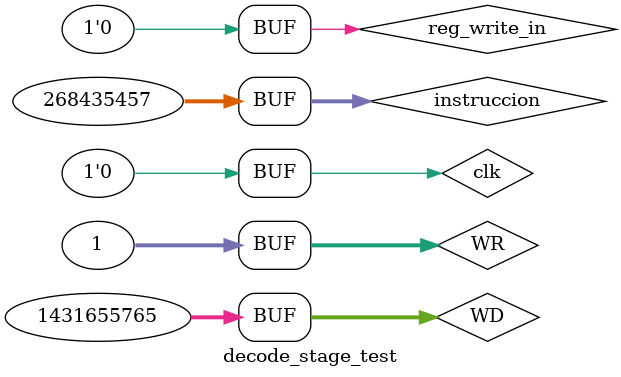
<source format=v>
`timescale 1ns / 1ps


module decode_stage_test;

	// Inputs
	reg clk;
	reg reg_write_in;
	reg [31:0] instruccion;
	reg [31:0] WR;
	reg [31:0] WD;

	// Outputs
	wire [31:0] data1;
	wire [31:0] data2;
	wire [31:0] ext_sig;
	wire branch;
	wire mem_read;
	wire mem_write;
	wire mem_to_reg;
	wire reg_dst;
	wire reg_write_out;
	wire alu_src;
	wire [5:0] alu_op;

	// Instantiate the Unit Under Test (UUT)
	decode_stage uut (
		.clk(clk), 
		.reg_write_in(reg_write_in), 
		.instruccion(instruccion), 
		.WR(WR), 
		.WD(WD), 
		.data1(data1), 
		.data2(data2), 
		.ext_sig(ext_sig), 
		.branch(branch), 
		.mem_read(mem_read), 
		.mem_write(mem_write), 
		.mem_to_reg(mem_to_reg), 
		.reg_dst(reg_dst), 
		.reg_write_out(reg_write_out), 
		.alu_src(alu_src), 
		.alu_op(alu_op)
	);

	initial begin
		// Initialize Inputs
		clk = 0;
		reg_write_in = 1;
		// Tipo R         |  6  | 5  |  5 |  5 |    11   |
		instruccion = 32'b00000000000000000000000000000001;
		WR = 0;
		WD = 32'b10101010101010101010101010101010;

		// Wait 100 ns for global reset to finish
		#100;
		clk = 1;
		// A partir de aca, el reg0 ya tiene un dato
		#100;
		clk = 0;
      reg_write_in = 1;// |  6  | 5  |  5 |  5 |    11   |
		instruccion =   32'b10000000000000000000000000000001;
		WD = 32'b01010101010101010101010101010101;
		WR = 1;
		
		// Se comprueba la funcionalidad de lectura y escritura de registros
		#100;
		clk = 1;
		//	Load	 			|  6  | 5  |  5 |  5 |    11   |
		instruccion = 32'b10000000000000010000000000000001;
      reg_write_in = 0;
		
		#100;
		clk = 0;
      // Store          |  6  | 5  |  5 |  5 |    11   |
		instruccion = 32'b10100000000000000000000000000001;
		
		#100;
		clk = 1;
      
		#100;
		clk = 0;
      // Branch         |  6  | 5  |  5 |  5 |    11   |
		instruccion = 32'b00010000000000000000000000000001;
		
		#100;
		clk = 1;
      
		#100;
		clk = 0;
	end
      
endmodule


</source>
